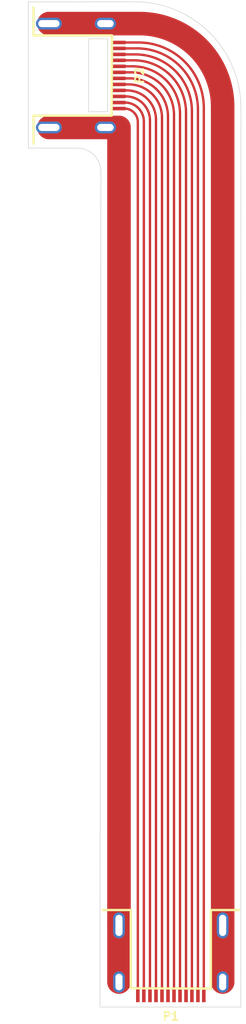
<source format=kicad_pcb>
(kicad_pcb (version 20241229) (generator "pcbnew") (generator_version "9.0")
  (layers (0 "F.Cu" signal) (2 "B.Cu" signal) (13 "F.Paste" user) (15 "B.Paste" user) (5 "F.SilkS" user "F.Silkscreen") (7 "B.SilkS" user "B.Silkscreen") (1 "F.Mask" user) (3 "B.Mask" user) (25 "Edge.Cuts" user))
  (net 0 "")
  (net 1 "Net-(P1-GND-PadA1)")
  (net 2 "Net-(P1-TX1+)")
  (net 3 "Net-(P1-TX1-)")
  (net 4 "Net-(P1-VBUS-PadA4)")
  (net 5 "Net-(P1-D+)")
  (net 6 "Net-(P1-CC)")
  (net 7 "Net-(P1-D-)")
  (net 8 "Net-(P1-VCONN)")
  (net 9 "Net-(P1-SHIELD)")
  (net 10 "Net-(P1-SBU1)")
  (net 11 "Net-(P1-RX1+)")
  (net 12 "Net-(P1-RX1-)")
  (net 13 "Net-(P1-SBU2)")
  (footprint "Connector_USB:USB-C-12-Pin-MidMount" (layer "F.Cu") (at 71.59 150)
    (property "Reference" "P1" (at 0 9 0) (layer "F.SilkS") (effects (font (size 0.7 0.7))))
    (property "Value" "USB_C_Plug" (hide yes))
    (fp_line (start -5.78 0) (end -3.4 0) (stroke (width 0.2)) (layer "F.SilkS"))
    (fp_line (start -3.4 6.63) (end -3.4 0) (stroke (width 0.2)) (layer "F.SilkS"))
    (fp_line (start -3.4 6.63) (end 3.4 6.66) (stroke (width 0.2)) (layer "F.SilkS"))
    (fp_line (start 3.4 6.66) (end 3.4 0) (stroke (width 0.2)) (layer "F.SilkS"))
    (fp_line (start 5.78 0) (end 3.42 0) (stroke (width 0.2)) (layer "F.SilkS"))
    (pad "A1" smd rect (at -2.8 7.235) (size 0.3 1.15) (layers "F.Cu" "F.Mask" "F.Paste") (net 1 "Net-(P1-GND-PadA1)"))
    (pad "A2" smd rect (at -2.29 7.235) (size 0.3 1.15) (layers "F.Cu" "F.Mask" "F.Paste") (net 2 "Net-(P1-TX1+)"))
    (pad "A3" smd rect (at -1.77 7.235) (size 0.3 1.15) (layers "F.Cu" "F.Mask" "F.Paste") (net 3 "Net-(P1-TX1-)"))
    (pad "A4" smd rect (at -1.26 7.235) (size 0.3 1.15) (layers "F.Cu" "F.Mask" "F.Paste") (net 4 "Net-(P1-VBUS-PadA4)"))
    (pad "A5" smd rect (at -0.75 7.235) (size 0.3 1.15) (layers "F.Cu" "F.Mask" "F.Paste") (net 6 "Net-(P1-CC)"))
    (pad "A6" smd rect (at -0.24 7.235) (size 0.3 1.15) (layers "F.Cu" "F.Mask" "F.Paste") (net 5 "Net-(P1-D+)"))
    (pad "A7" smd rect (at 0.27 7.235) (size 0.3 1.15) (layers "F.Cu" "F.Mask" "F.Paste") (net 7 "Net-(P1-D-)"))
    (pad "A8" smd rect (at 0.78 7.235) (size 0.3 1.15) (layers "F.Cu" "F.Mask" "F.Paste") (net 10 "Net-(P1-SBU1)"))
    (pad "B5" smd rect (at 2.8 7.235) (size 0.3 1.15) (layers "F.Cu" "F.Mask" "F.Paste") (net 8 "Net-(P1-VCONN)"))
    (pad "B8" smd rect (at 1.29 7.235) (size 0.3 1.15) (layers "F.Cu" "F.Mask" "F.Paste") (net 13 "Net-(P1-SBU2)"))
    (pad "B10" smd rect (at 1.79 7.235) (size 0.3 1.15) (layers "F.Cu" "F.Mask" "F.Paste") (net 12 "Net-(P1-RX1-)"))
    (pad "B11" smd rect (at 2.3 7.235) (size 0.3 1.15) (layers "F.Cu" "F.Mask" "F.Paste") (net 11 "Net-(P1-RX1+)"))
    (pad "S1" thru_hole oval (at -4.4 1.3) (size 1 2.2) (drill oval 0.6 1.8) (layers "*.Cu" "*.Mask") (net 9 "Net-(P1-SHIELD)"))
    (pad "S1" thru_hole oval (at -4.4 6.1) (size 1 1.8) (drill oval 0.6 1.4) (layers "*.Cu" "*.Mask") (net 9 "Net-(P1-SHIELD)"))
    (pad "S1" thru_hole oval (at 4.4 1.3) (size 1 2.2) (drill oval 0.6 1.8) (layers "*.Cu" "*.Mask") (net 9 "Net-(P1-SHIELD)"))
    (pad "S1" thru_hole oval (at 4.4 6.1) (size 1 1.8) (drill oval 0.6 1.4) (layers "*.Cu" "*.Mask") (net 9 "Net-(P1-SHIELD)"))
  )
  (footprint "Connector_USB:USB-C-12-Pin-MidMount" (layer "F.Cu") (at 59.94 79.29 90)
    (property "Reference" "P2" (at 0 9 90) (layer "F.SilkS") (effects (font (size 0.7 0.7))))
    (property "Value" "USB_C_Plug")
    (fp_line (start 5.78 0) (end 3.42 0) (stroke (width 0.2)) (layer "F.SilkS"))
    (fp_line (start -5.78 0) (end -3.4 0) (stroke (width 0.2)) (layer "F.SilkS"))
    (fp_line (start -3.4 6.63) (end -3.4 0) (stroke (width 0.2)) (layer "F.SilkS"))
    (fp_line (start -3.4 6.63) (end 3.4 6.66) (stroke (width 0.2)) (layer "F.SilkS"))
    (fp_line (start 3.4 6.66) (end 3.4 0) (stroke (width 0.2)) (layer "F.SilkS"))
    (pad "A1" smd rect (at -2.8 7.235 90) (size 0.3 1.15) (layers "F.Cu" "F.Mask" "F.Paste") (net 1 "Net-(P1-GND-PadA1)"))
    (pad "A2" smd rect (at -2.29 7.235 90) (size 0.3 1.15) (layers "F.Cu" "F.Mask" "F.Paste") (net 2 "Net-(P1-TX1+)"))
    (pad "A3" smd rect (at -1.77 7.235 90) (size 0.3 1.15) (layers "F.Cu" "F.Mask" "F.Paste") (net 3 "Net-(P1-TX1-)"))
    (pad "A4" smd rect (at -1.26 7.235 90) (size 0.3 1.15) (layers "F.Cu" "F.Mask" "F.Paste") (net 4 "Net-(P1-VBUS-PadA4)"))
    (pad "A5" smd rect (at -0.75 7.235 90) (size 0.3 1.15) (layers "F.Cu" "F.Mask" "F.Paste") (net 6 "Net-(P1-CC)"))
    (pad "A6" smd rect (at -0.24 7.235 90) (size 0.3 1.15) (layers "F.Cu" "F.Mask" "F.Paste") (net 5 "Net-(P1-D+)"))
    (pad "A7" smd rect (at 0.27 7.235 90) (size 0.3 1.15) (layers "F.Cu" "F.Mask" "F.Paste") (net 7 "Net-(P1-D-)"))
    (pad "A8" smd rect (at 0.78 7.235 90) (size 0.3 1.15) (layers "F.Cu" "F.Mask" "F.Paste") (net 10 "Net-(P1-SBU1)"))
    (pad "B5" smd rect (at 2.8 7.235 90) (size 0.3 1.15) (layers "F.Cu" "F.Mask" "F.Paste") (net 8 "Net-(P1-VCONN)"))
    (pad "B8" smd rect (at 1.29 7.235 90) (size 0.3 1.15) (layers "F.Cu" "F.Mask" "F.Paste") (net 13 "Net-(P1-SBU2)"))
    (pad "B10" smd rect (at 1.79 7.235 90) (size 0.3 1.15) (layers "F.Cu" "F.Mask" "F.Paste") (net 12 "Net-(P1-RX1-)"))
    (pad "B11" smd rect (at 2.3 7.235 90) (size 0.3 1.15) (layers "F.Cu" "F.Mask" "F.Paste") (net 11 "Net-(P1-RX1+)"))
    (pad "S1" thru_hole oval (at -4.4 1.3 90) (size 1 2.2) (drill oval 0.6 1.8) (layers "*.Cu" "*.Mask") (net 9 "Net-(P1-SHIELD)"))
    (pad "S1" thru_hole oval (at -4.4 6.1 90) (size 1 1.8) (drill oval 0.6 1.4) (layers "*.Cu" "*.Mask") (net 9 "Net-(P1-SHIELD)"))
    (pad "S1" thru_hole oval (at 4.4 1.3 90) (size 1 2.2) (drill oval 0.6 1.8) (layers "*.Cu" "*.Mask") (net 9 "Net-(P1-SHIELD)"))
    (pad "S1" thru_hole oval (at 4.4 6.1 90) (size 1 1.8) (drill oval 0.6 1.4) (layers "*.Cu" "*.Mask") (net 9 "Net-(P1-SHIELD)"))
  )
  (gr_line (start 59.5 73.05) (end 59.5 85.44) (stroke (width 0.05)) (layer "Edge.Cuts"))
  (gr_line (start 65.65 93.87) (end 65.573663 158.22) (stroke (width 0.05)) (layer "Edge.Cuts"))
  (gr_arc (start 63.657626 85.44) (mid 65.072661 86.026635) (end 65.657625 87.442372) (stroke (width 0.05)) (layer "Edge.Cuts"))
  (gr_rect (start 64.61 76.18) (end 66.23 82.36) (stroke (width 0.05)) (fill no) (layer "Edge.Cuts"))
  (gr_line (start 65.657625 87.442372) (end 65.65 93.87) (stroke (width 0.05)) (layer "Edge.Cuts"))
  (gr_line (start 59.5 85.44) (end 63.657626 85.44) (stroke (width 0.05)) (layer "Edge.Cuts"))
  (gr_arc (start 68.535027 73.044993) (mid 74.903974 75.681028) (end 77.540014 82.049973) (stroke (width 0.05)) (layer "Edge.Cuts"))
  (gr_line (start 68.535027 73.044993) (end 59.5 73.05) (stroke (width 0.05)) (layer "Edge.Cuts"))
  (gr_line (start 77.535 158.22) (end 77.540014 82.049973) (stroke (width 0.05)) (layer "Edge.Cuts"))
  (gr_line (start 65.573663 158.22) (end 77.535 158.22) (stroke (width 0.05)) (layer "Edge.Cuts"))
  (segment (start 67.175 82.09) (end 67.652939 82.09) (width 0.2) (layer "F.Cu") (net 1))
  (segment (start 67.652939 82.09) (end 67.653099 82.08984) (width 0.2) (layer "F.Cu") (net 1))
  (segment (start 68.79 83.226738) (end 68.79 157.235) (width 0.2) (layer "F.Cu") (net 1))
  (segment (start 67.175049 82.089951) (end 67.175 82.09) (width 0.2) (layer "F.Cu") (net 1))
  (arc (start 68.79 83.226738) (mid 68.457009 82.422829) (end 67.653099 82.08984) (width 0.2) (layer "F.Cu") (net 1))
  (segment (start 67.700283 81.58) (end 67.175 81.58) (width 0.2) (layer "F.Cu") (net 2))
  (segment (start 69.3 157.235) (end 69.3 83.179397) (width 0.2) (layer "F.Cu") (net 2))
  (segment (start 67.700443 81.57984) (end 67.700283 81.58) (width 0.2) (layer "F.Cu") (net 2))
  (arc (start 69.3 83.179397) (mid 68.831501 82.048339) (end 67.700443 81.57984) (width 0.2) (layer "F.Cu") (net 2))
  (segment (start 69.82 83.099565) (end 69.82 157.235) (width 0.2) (layer "F.Cu") (net 3))
  (segment (start 67.780115 81.06) (end 67.780275 81.05984) (width 0.2) (layer "F.Cu") (net 3))
  (segment (start 67.175 81.06) (end 67.780115 81.06) (width 0.2) (layer "F.Cu") (net 3))
  (arc (start 67.780275 81.05984) (mid 69.222578 81.657262) (end 69.82 83.099565) (width 0.2) (layer "F.Cu") (net 3))
  (segment (start 67.858093 80.55) (end 67.175 80.55) (width 0.2) (layer "F.Cu") (net 4))
  (segment (start 70.33 157.235) (end 70.33 83.021587) (width 0.2) (layer "F.Cu") (net 4))
  (segment (start 67.858253 80.54984) (end 67.858093 80.55) (width 0.2) (layer "F.Cu") (net 4))
  (arc (start 70.33 83.021587) (mid 69.606042 81.273798) (end 67.858253 80.54984) (width 0.2) (layer "F.Cu") (net 4))
  (segment (start 68.103603 79.52984) (end 68.103443 79.53) (width 0.2) (layer "F.Cu") (net 5))
  (segment (start 68.103443 79.53) (end 67.175 79.53) (width 0.2) (layer "F.Cu") (net 5))
  (segment (start 71.35 157.235) (end 71.35 82.776237) (width 0.2) (layer "F.Cu") (net 5))
  (arc (start 71.35 82.776237) (mid 70.399152 80.480688) (end 68.103603 79.52984) (width 0.2) (layer "F.Cu") (net 5))
  (segment (start 67.175 80.04) (end 68.013986 80.04) (width 0.2) (layer "F.Cu") (net 6))
  (segment (start 70.84 82.865694) (end 70.84 157.235) (width 0.2) (layer "F.Cu") (net 6))
  (segment (start 68.013986 80.04) (end 68.014146 80.03984) (width 0.2) (layer "F.Cu") (net 6))
  (arc (start 68.014146 80.03984) (mid 70.012327 80.867513) (end 70.84 82.865694) (width 0.2) (layer "F.Cu") (net 6))
  (segment (start 68.237408 79.02) (end 68.237568 79.01984) (width 0.2) (layer "F.Cu") (net 7))
  (segment (start 67.175 79.02) (end 68.237408 79.02) (width 0.2) (layer "F.Cu") (net 7))
  (segment (start 71.86 82.642272) (end 71.86 157.235) (width 0.2) (layer "F.Cu") (net 7))
  (arc (start 68.237568 79.01984) (mid 70.799014 80.080826) (end 71.86 82.642272) (width 0.2) (layer "F.Cu") (net 7))
  (segment (start 67.175 76.49) (end 68.842613 76.49) (width 0.2) (layer "F.Cu") (net 8))
  (segment (start 68.842613 76.49) (end 68.842773 76.48984) (width 0.2) (layer "F.Cu") (net 8))
  (segment (start 74.39 82.037067) (end 74.39 157.235) (width 0.2) (layer "F.Cu") (net 8))
  (arc (start 68.842773 76.48984) (mid 72.765255 78.114585) (end 74.39 82.037067) (width 0.2) (layer "F.Cu") (net 8))
  (segment (start 61.24 74.89) (end 66.04 74.89) (width 2) (layer "F.Cu") (net 9))
  (segment (start 66.04016 74.88984) (end 68.936182 74.88984) (width 2) (layer "F.Cu") (net 9))
  (segment (start 75.99 81.943658) (end 75.99 151.3) (width 2) (layer "F.Cu") (net 9))
  (segment (start 67.19 151.3) (end 67.19 156.1) (width 2) (layer "F.Cu") (net 9))
  (segment (start 75.99 151.3) (end 75.99 156.1) (width 2) (layer "F.Cu") (net 9))
  (segment (start 66.04 74.89) (end 66.04016 74.88984) (width 2) (layer "F.Cu") (net 9))
  (segment (start 66.04 83.69) (end 67.19 83.69) (width 2) (layer "F.Cu") (net 9))
  (segment (start 67.19 83.69) (end 67.19 151.3) (width 2) (layer "F.Cu") (net 9))
  (segment (start 61.24 83.69) (end 66.04 83.69) (width 2) (layer "F.Cu") (net 9))
  (arc (start 68.936182 74.88984) (mid 73.923985 76.955855) (end 75.99 81.943658) (width 2) (layer "F.Cu") (net 9))
  (segment (start 72.37 157.235) (end 72.37 82.53) (width 0.2) (layer "F.Cu") (net 10))
  (segment (start 68.34984 78.50984) (end 68.34968 78.51) (width 0.2) (layer "F.Cu") (net 10))
  (segment (start 68.34968 78.51) (end 67.175 78.51) (width 0.2) (layer "F.Cu") (net 10))
  (arc (start 72.37 82.53) (mid 71.192522 79.687318) (end 68.34984 78.50984) (width 0.2) (layer "F.Cu") (net 10))
  (segment (start 68.715144 76.99) (end 67.175 76.99) (width 0.2) (layer "F.Cu") (net 11))
  (segment (start 68.715304 76.98984) (end 68.715144 76.99) (width 0.2) (layer "F.Cu") (net 11))
  (segment (start 73.89 157.235) (end 73.89 82.164536) (width 0.2) (layer "F.Cu") (net 11))
  (arc (start 73.89 82.164536) (mid 72.374367 78.505473) (end 68.715304 76.98984) (width 0.2) (layer "F.Cu") (net 11))
  (segment (start 67.175 77.5) (end 68.579037 77.5) (width 0.2) (layer "F.Cu") (net 12))
  (segment (start 68.579037 77.5) (end 68.579197 77.49984) (width 0.2) (layer "F.Cu") (net 12))
  (segment (start 73.38 82.300643) (end 73.38 157.235) (width 0.2) (layer "F.Cu") (net 12))
  (arc (start 68.579197 77.49984) (mid 71.973877 78.905963) (end 73.38 82.300643) (width 0.2) (layer "F.Cu") (net 12))
  (segment (start 72.88 82.42707) (end 72.88 157.235) (width 0.2) (layer "F.Cu") (net 13))
  (segment (start 67.175 78) (end 68.45261 78) (width 0.2) (layer "F.Cu") (net 13))
  (segment (start 68.45261 78) (end 68.45277 77.99984) (width 0.2) (layer "F.Cu") (net 13))
  (arc (start 68.45277 77.99984) (mid 71.583294 79.296546) (end 72.88 82.42707) (width 0.2) (layer "F.Cu") (net 13))
)
</source>
